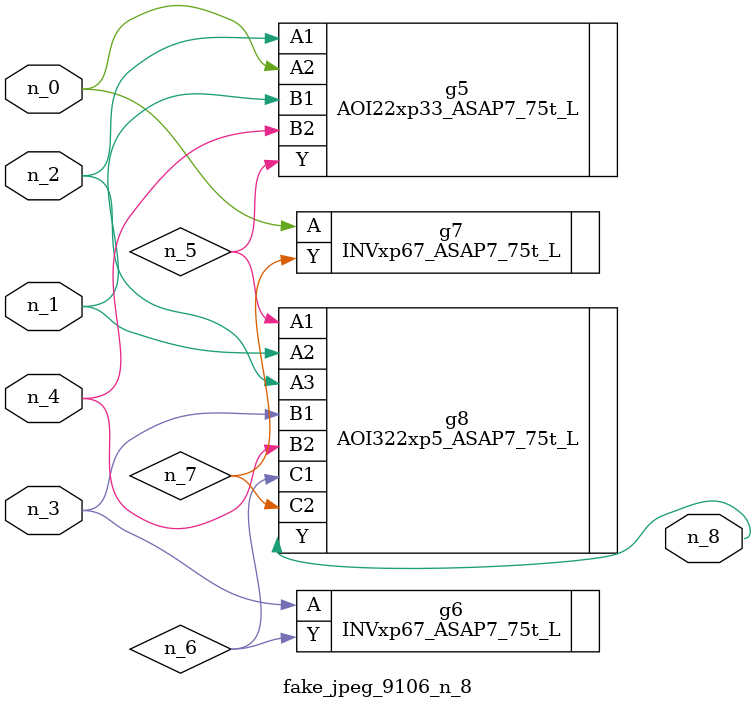
<source format=v>
module fake_jpeg_9106_n_8 (n_3, n_2, n_1, n_0, n_4, n_8);

input n_3;
input n_2;
input n_1;
input n_0;
input n_4;

output n_8;

wire n_6;
wire n_5;
wire n_7;

AOI22xp33_ASAP7_75t_L g5 ( 
.A1(n_2),
.A2(n_0),
.B1(n_1),
.B2(n_4),
.Y(n_5)
);

INVxp67_ASAP7_75t_L g6 ( 
.A(n_3),
.Y(n_6)
);

INVxp67_ASAP7_75t_L g7 ( 
.A(n_0),
.Y(n_7)
);

AOI322xp5_ASAP7_75t_L g8 ( 
.A1(n_5),
.A2(n_1),
.A3(n_2),
.B1(n_3),
.B2(n_4),
.C1(n_6),
.C2(n_7),
.Y(n_8)
);


endmodule
</source>
